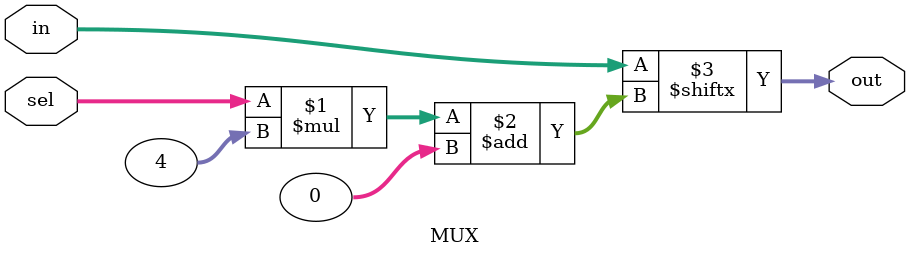
<source format=v>
module MUX #(parameter WIDTH = 4, parameter SELECT = 3) (
		input [WIDTH * (1 << SELECT) - 1 :0] in,
		output [WIDTH - 1 :0] out,
		input [SELECT - 1 :0] sel
	);

assign out = in[(sel * WIDTH) +:  WIDTH];


endmodule

</source>
